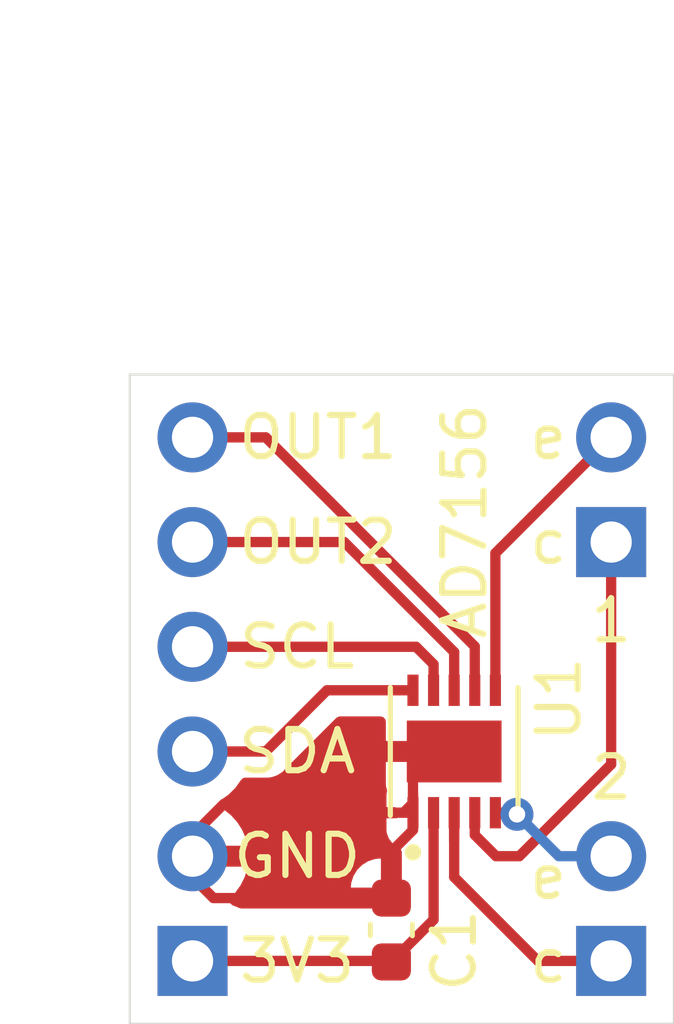
<source format=kicad_pcb>
(kicad_pcb (version 20211014) (generator pcbnew)
  (layers (0 "F.Cu" signal) (31 "B.Cu" signal) (34 "B.Paste" user) (35 "F.Paste" user) (36 "B.SilkS" user "B.Silkscreen") (37 "F.SilkS" user "F.Silkscreen") (38 "B.Mask" user) (39 "F.Mask" user) (44 "Edge.Cuts" user))
  (net 0 "")
  (net 1 "GND")
  (net 2 "+3V3")
  (net 3 "SDA")
  (net 4 "SCL")
  (net 5 "OUT2")
  (net 6 "OUT1")
  (net 7 "EXC1")
  (net 8 "CIN1")
  (net 9 "EXC2")
  (net 10 "CIN2")
  (footprint "Connector_PinSocket_2.54mm:PinSocket_1x02_P2.54mm_Vertical" (layer "F.Cu") (at 157.48 99.06 180)
    (fp_text reference "J2" hide)
    (fp_text value "Cx1")
    (pad "1" thru_hole rect locked (at 0 0 180) (size 1.7 1.7) (drill 1) (layers *.Cu *.Mask) (net 8 "CIN1"))
    (pad "2" thru_hole oval locked (at 0 2.54 180) (size 1.7 1.7) (drill 1) (layers *.Cu *.Mask) (net 7 "EXC1"))
  )
  (footprint "Connector_PinSocket_2.54mm:PinSocket_1x02_P2.54mm_Vertical" (layer "F.Cu") (at 157.48 109.22 180)
    (fp_text reference "J3" hide)
    (fp_text value "Cx2")
    (pad "1" thru_hole rect locked (at 0 0 180) (size 1.7 1.7) (drill 1) (layers *.Cu *.Mask) (net 10 "CIN2"))
    (pad "2" thru_hole oval locked (at 0 2.54 180) (size 1.7 1.7) (drill 1) (layers *.Cu *.Mask) (net 9 "EXC2"))
  )
  (footprint "AD7156BCPZ-REEL7:SON50P300X300X80-11N" (layer "F.Cu") (at 153.67 104.14 90)
    (fp_text reference "U1" (at 1.27 2.54 90) (layer "F.SilkS"))
    (fp_text value "AD7156BCPZ-REEL7")
    (fp_line (start -1.55 -1.55) (end 1.55 -1.55) (layer "F.SilkS") (width 0.127))
    (fp_line (start -1.55 1.55) (end 1.55 1.55) (layer "F.SilkS") (width 0.127))
    (fp_circle (center -2.445 -1) (end -2.345 -1) (layer "F.SilkS") (width 0.2) (fill none))
    (pad "1" smd rect locked (at -1.485 -1 90) (size 0.76 0.27) (layers "F.Cu" "F.Paste" "F.Mask") (net 1 "GND"))
    (pad "2" smd rect locked (at -1.485 -0.5 90) (size 0.76 0.27) (layers "F.Cu" "F.Paste" "F.Mask") (net 2 "+3V3"))
    (pad "3" smd rect locked (at -1.485 0 90) (size 0.76 0.27) (layers "F.Cu" "F.Paste" "F.Mask") (net 10 "CIN2"))
    (pad "4" smd rect locked (at -1.485 0.5 90) (size 0.76 0.27) (layers "F.Cu" "F.Paste" "F.Mask") (net 8 "CIN1"))
    (pad "5" smd rect locked (at -1.485 1 90) (size 0.76 0.27) (layers "F.Cu" "F.Paste" "F.Mask") (net 9 "EXC2"))
    (pad "6" smd rect locked (at 1.485 1 90) (size 0.76 0.27) (layers "F.Cu" "F.Paste" "F.Mask") (net 7 "EXC1"))
    (pad "7" smd rect locked (at 1.485 0.5 90) (size 0.76 0.27) (layers "F.Cu" "F.Paste" "F.Mask") (net 6 "OUT1"))
    (pad "8" smd rect locked (at 1.485 0 90) (size 0.76 0.27) (layers "F.Cu" "F.Paste" "F.Mask") (net 5 "OUT2"))
    (pad "9" smd rect locked (at 1.485 -0.5 90) (size 0.76 0.27) (layers "F.Cu" "F.Paste" "F.Mask") (net 4 "SCL"))
    (pad "10" smd rect locked (at 1.485 -1 90) (size 0.76 0.27) (layers "F.Cu" "F.Paste" "F.Mask") (net 3 "SDA"))
    (pad "11" smd rect locked (at 0 0 90) (size 1.5 2.3) (layers "F.Cu" "F.Mask") (net 1 "GND"))
  )
  (footprint "Capacitor_SMD:C_0603_1608Metric" (layer "F.Cu") (at 152.146 108.471 90)
    (fp_text reference "C1" (at -0.495 1.524 270) (layer "F.SilkS"))
    (fp_text value "0.1u" hide)
    (fp_line (start -0.14058 -0.51) (end 0.14058 -0.51) (layer "F.SilkS") (width 0.12))
    (fp_line (start -0.14058 0.51) (end 0.14058 0.51) (layer "F.SilkS") (width 0.12))
    (pad "1" smd roundrect locked (at -0.775 0 90) (size 0.9 0.95) (layers "F.Cu" "F.Paste" "F.Mask") (net 2 "+3V3"))
    (pad "2" smd roundrect locked (at 0.775 0 90) (size 0.9 0.95) (layers "F.Cu" "F.Paste" "F.Mask") (net 1 "GND"))
  )
  (footprint "Connector_PinSocket_2.54mm:PinSocket_1x06_P2.54mm_Vertical" (layer "B.Cu") (at 147.32 109.22)
    (fp_text reference "J1" hide)
    (fp_text value "Conn_01x06")
    (pad "1" thru_hole rect locked (at 0 0) (size 1.7 1.7) (drill 1) (layers *.Cu *.Mask) (net 2 "+3V3"))
    (pad "2" thru_hole oval locked (at 0 -2.54) (size 1.7 1.7) (drill 1) (layers *.Cu *.Mask) (net 1 "GND"))
    (pad "3" thru_hole oval locked (at 0 -5.08) (size 1.7 1.7) (drill 1) (layers *.Cu *.Mask) (net 3 "SDA"))
    (pad "4" thru_hole oval locked (at 0 -7.62) (size 1.7 1.7) (drill 1) (layers *.Cu *.Mask) (net 4 "SCL"))
    (pad "5" thru_hole oval locked (at 0 -10.16) (size 1.7 1.7) (drill 1) (layers *.Cu *.Mask) (net 5 "OUT2"))
    (pad "6" thru_hole oval locked (at 0 -12.7) (size 1.7 1.7) (drill 1) (layers *.Cu *.Mask) (net 6 "OUT1"))
  )
  (gr_line (start 159.004 94.996) (end 159.004 110.744) (layer "Edge.Cuts") (width 0.05))
  (gr_line (start 145.796 110.744) (end 145.796 94.996) (layer "Edge.Cuts") (width 0.05))
  (gr_line (start 145.796 94.996) (end 159.004 94.996) (layer "Edge.Cuts") (width 0.05))
  (gr_line (start 159.004 110.744) (end 145.796 110.744) (layer "Edge.Cuts") (width 0.05))
  (gr_text "2" (at 157.48 104.775) (layer "F.SilkS") (effects (font (size 1 1))))
  (gr_text "OUT1" (at 150.368 96.52) (layer "F.SilkS") (effects (font (size 1 1))))
  (gr_text "AD7156" (at 153.924 98.552 90) (layer "F.SilkS") (effects (font (size 1 1))))
  (gr_text "c" (at 155.956 109.22) (layer "F.SilkS") (effects (font (size 1 1))))
  (gr_text "SCL" (at 149.86 101.6) (layer "F.SilkS") (effects (font (size 1 1))))
  (gr_text "SDA" (at 149.86 104.14) (layer "F.SilkS") (effects (font (size 1 1))))
  (gr_text "1" (at 157.48 100.965) (layer "F.SilkS") (effects (font (size 1 1))))
  (gr_text "OUT2" (at 150.368 99.06) (layer "F.SilkS") (effects (font (size 1 1))))
  (gr_text "GND" (at 149.86 106.68) (layer "F.SilkS") (effects (font (size 1 1))))
  (gr_text "e" (at 155.956 107.188) (layer "F.SilkS") (effects (font (size 1 1))))
  (gr_text "e" (at 155.956 96.52) (layer "F.SilkS") (effects (font (size 1 1))))
  (gr_text "c" (at 155.956 99.06) (layer "F.SilkS") (effects (font (size 1 1))))
  (gr_text "3V3" (at 149.86 109.22) (layer "F.SilkS") (effects (font (size 1 1))))
  (segment (start 152.67 105.394) (end 152.439 105.625) (width 0.25) (layer "F.Cu") (net 1))
  (segment (start 153.67 104.14) (end 151.638 104.14) (width 0.25) (layer "F.Cu") (net 1))
  (segment (start 152.67 105.625) (end 152.67 106.045437) (width 0.25) (layer "F.Cu") (net 1))
  (segment (start 152.67 104.378) (end 152.67 105.14) (width 0.25) (layer "F.Cu") (net 1))
  (segment (start 147.828 107.696) (end 148.336 107.696) (width 0.25) (layer "F.Cu") (net 1))
  (segment (start 152.67 105.625) (end 152.439 105.625) (width 0.25) (layer "F.Cu") (net 1))
  (segment (start 152.439 105.625) (end 151.931 105.625) (width 0.25) (layer "F.Cu") (net 1))
  (segment (start 152.67 105.14) (end 152.67 105.394) (width 0.25) (layer "F.Cu") (net 1))
  (segment (start 147.32 106.68) (end 147.32 106.172) (width 0.25) (layer "F.Cu") (net 1))
  (segment (start 147.32 107.188) (end 147.828 107.696) (width 0.25) (layer "F.Cu") (net 1))
  (segment (start 147.32 106.68) (end 147.32 107.188) (width 0.25) (layer "F.Cu") (net 1))
  (segment (start 153.67 104.14) (end 152.908 104.14) (width 0.25) (layer "F.Cu") (net 1))
  (segment (start 147.32 106.172) (end 148.082 105.41) (width 0.25) (layer "F.Cu") (net 1))
  (segment (start 152.908 104.14) (end 152.67 104.378) (width 0.25) (layer "F.Cu") (net 1))
  (segment (start 152.67 106.045437) (end 152.146 106.569437) (width 0.25) (layer "F.Cu") (net 1))
  (segment (start 152.67 105.625) (end 152.67 105.14) (width 0.25) (layer "F.Cu") (net 1))
  (segment (start 152.12 109.22) (end 152.146 109.246) (width 0.25) (layer "F.Cu") (net 2))
  (segment (start 152.146 109.246) (end 152.146 109.22) (width 0.25) (layer "F.Cu") (net 2))
  (segment (start 147.32 109.22) (end 152.12 109.22) (width 0.25) (layer "F.Cu") (net 2))
  (segment (start 153.17 105.625) (end 153.17 108.222) (width 0.25) (layer "F.Cu") (net 2))
  (segment (start 153.17 108.222) (end 152.794 108.598) (width 0.25) (layer "F.Cu") (net 2))
  (segment (start 152.146 109.246) (end 152.794 108.598) (width 0.25) (layer "F.Cu") (net 2))
  (segment (start 149.098 104.14) (end 147.32 104.14) (width 0.25) (layer "F.Cu") (net 3))
  (segment (start 150.583 102.655) (end 149.098 104.14) (width 0.25) (layer "F.Cu") (net 3))
  (segment (start 152.67 102.655) (end 150.583 102.655) (width 0.25) (layer "F.Cu") (net 3))
  (segment (start 153.17 102.025) (end 152.745 101.6) (width 0.25) (layer "F.Cu") (net 4))
  (segment (start 152.745 101.6) (end 147.32 101.6) (width 0.25) (layer "F.Cu") (net 4))
  (segment (start 153.17 102.655) (end 153.17 102.025) (width 0.25) (layer "F.Cu") (net 4))
  (segment (start 151.00159 99.06) (end 150.368 99.06) (width 0.25) (layer "F.Cu") (net 5))
  (segment (start 150.368 99.06) (end 147.32 99.06) (width 0.25) (layer "F.Cu") (net 5))
  (segment (start 153.67 102.655) (end 153.67 101.72841) (width 0.25) (layer "F.Cu") (net 5))
  (segment (start 153.67 101.72841) (end 151.00159 99.06) (width 0.25) (layer "F.Cu") (net 5))
  (segment (start 154.17 102.655) (end 154.17 101.592) (width 0.25) (layer "F.Cu") (net 6))
  (segment (start 154.17 101.592) (end 149.098 96.52) (width 0.25) (layer "F.Cu") (net 6))
  (segment (start 149.098 96.52) (end 147.32 96.52) (width 0.25) (layer "F.Cu") (net 6))
  (segment (start 154.67 102.655) (end 154.67 99.33) (width 0.25) (layer "F.Cu") (net 7))
  (segment (start 154.67 99.33) (end 157.48 96.52) (width 0.25) (layer "F.Cu") (net 7))
  (segment (start 157.48 104.451002) (end 157.48 99.06) (width 0.25) (layer "F.Cu") (net 8))
  (segment (start 154.686 106.68) (end 155.251002 106.68) (width 0.25) (layer "F.Cu") (net 8))
  (segment (start 155.251002 106.68) (end 157.48 104.451002) (width 0.25) (layer "F.Cu") (net 8))
  (segment (start 154.17 105.625) (end 154.17 106.164) (width 0.25) (layer "F.Cu") (net 8))
  (segment (start 154.17 106.164) (end 154.686 106.68) (width 0.25) (layer "F.Cu") (net 8))
  (segment (start 154.67 105.625) (end 155.155 105.625) (width 0.25) (layer "F.Cu") (net 9))
  (segment (start 155.155 105.625) (end 155.194 105.664) (width 0.25) (layer "F.Cu") (net 9))
  (via (at 155.194 105.664) (size 0.8) (drill 0.4) (layers "F.Cu" "B.Cu") (net 9))
  (segment (start 156.21 106.68) (end 157.48 106.68) (width 0.25) (layer "B.Cu") (net 9))
  (segment (start 155.194 105.664) (end 156.21 106.68) (width 0.25) (layer "B.Cu") (net 9))
  (segment (start 157.48 109.22) (end 155.702 109.22) (width 0.25) (layer "F.Cu") (net 10))
  (segment (start 153.67 107.188) (end 153.67 105.625) (width 0.25) (layer "F.Cu") (net 10))
  (segment (start 155.702 109.22) (end 153.67 107.188) (width 0.25) (layer "F.Cu") (net 10))
  (segment (start 153.67 105.625) (end 153.67 106.30041) (width 0.25) (layer "F.Cu") (net 10))
  (zone (net 1) (net_name "GND") (layer "F.Cu") (connect_pads (clearance 0.508)) (min_thickness 0.254) (fill yes (thermal_gap 0.508) (thermal_bridge_width 0.508))
    (polygon (pts (xy 152.654 104.902) (xy 152.146 104.902) (xy 152.4 106.426) (xy 152.4 106.934) (xy 152.4 107.95) (xy 147.32 107.95) (xy 147.32 104.648) (xy 149.098 104.648) (xy 150.622 103.124) (xy 152.654 103.124)))
  )
)
</source>
